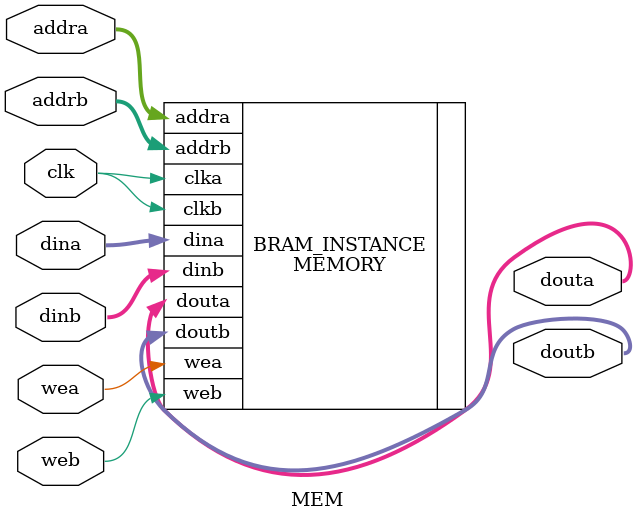
<source format=v>
`timescale 1ns / 1ps

module MEM(
	input clk, 
	input wea, 
	input [31:0] dina,
	input [11:0] addra,
	output [31:0] douta,
	input web, 
	input [31:0] dinb,
	input [11:0] addrb,
	output [31:0] doutb
);


MEMORY BRAM_INSTANCE (
  .clka(clk), // input clka
  .wea(wea), // input [0 : 0] wea
  .addra(addra), // input [11 : 0] addra
  .dina(dina), // input [31 : 0] dina
  .douta(douta), // output [31 : 0] douta
  .clkb(clk), // input clkb
  .web(web), // input [0 : 0] web
  .addrb(addrb), // input [11 : 0] addrb
  .dinb(dinb), // input [31 : 0] dinb
  .doutb(doutb) // output [31 : 0] doutb
);

endmodule


</source>
